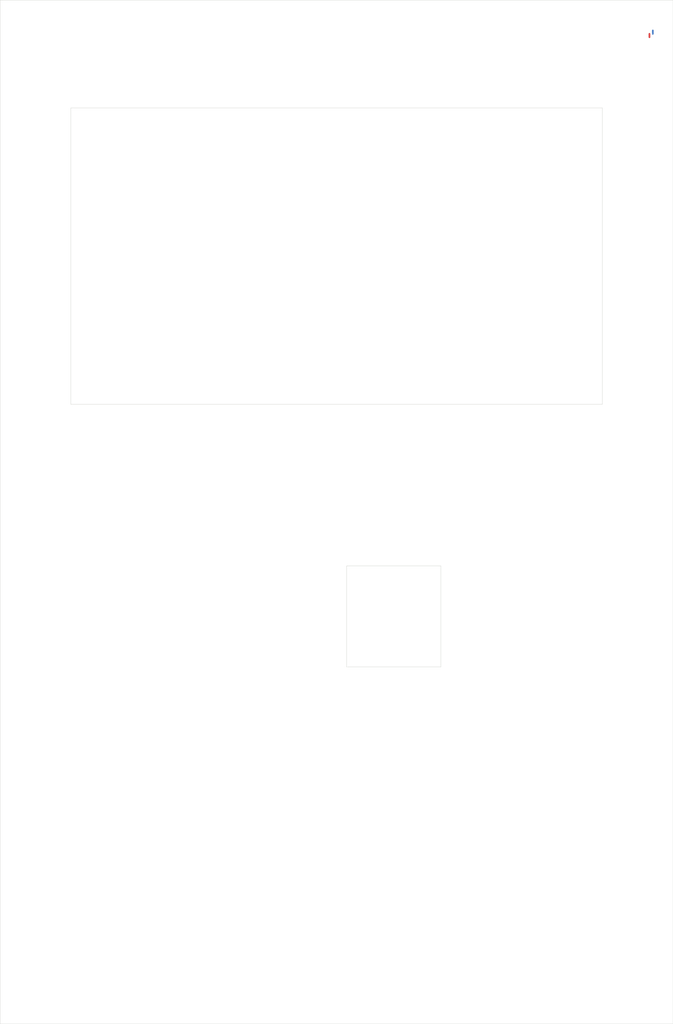
<source format=kicad_pcb>
(kicad_pcb (version 20171130) (host pcbnew 5.1.5+dfsg1-2build2)

  (general
    (thickness 1.6)
    (drawings 12)
    (tracks 2)
    (zones 0)
    (modules 7)
    (nets 1)
  )

  (page A4)
  (layers
    (0 F.Cu signal)
    (31 B.Cu signal)
    (32 B.Adhes user)
    (33 F.Adhes user)
    (34 B.Paste user)
    (35 F.Paste user)
    (36 B.SilkS user)
    (37 F.SilkS user)
    (38 B.Mask user)
    (39 F.Mask user)
    (40 Dwgs.User user)
    (41 Cmts.User user)
    (42 Eco1.User user)
    (43 Eco2.User user)
    (44 Edge.Cuts user)
    (45 Margin user)
    (46 B.CrtYd user)
    (47 F.CrtYd user)
    (48 B.Fab user)
    (49 F.Fab user)
  )

  (setup
    (last_trace_width 0.25)
    (trace_clearance 0.2)
    (zone_clearance 0.508)
    (zone_45_only no)
    (trace_min 0.2)
    (via_size 0.8)
    (via_drill 0.4)
    (via_min_size 0.4)
    (via_min_drill 0.3)
    (uvia_size 0.3)
    (uvia_drill 0.1)
    (uvias_allowed no)
    (uvia_min_size 0.2)
    (uvia_min_drill 0.1)
    (edge_width 0.05)
    (segment_width 0.2)
    (pcb_text_width 0.3)
    (pcb_text_size 1.5 1.5)
    (mod_edge_width 0.12)
    (mod_text_size 1 1)
    (mod_text_width 0.15)
    (pad_size 1.524 1.524)
    (pad_drill 0.762)
    (pad_to_mask_clearance 0.051)
    (solder_mask_min_width 0.25)
    (aux_axis_origin 0 0)
    (visible_elements FFFFFF7F)
    (pcbplotparams
      (layerselection 0x010fc_ffffffff)
      (usegerberextensions false)
      (usegerberattributes false)
      (usegerberadvancedattributes false)
      (creategerberjobfile false)
      (excludeedgelayer true)
      (linewidth 0.100000)
      (plotframeref false)
      (viasonmask false)
      (mode 1)
      (useauxorigin false)
      (hpglpennumber 1)
      (hpglpenspeed 20)
      (hpglpendiameter 15.000000)
      (psnegative false)
      (psa4output false)
      (plotreference true)
      (plotvalue true)
      (plotinvisibletext false)
      (padsonsilk false)
      (subtractmaskfromsilk false)
      (outputformat 1)
      (mirror false)
      (drillshape 0)
      (scaleselection 1)
      (outputdirectory "../../gerb_out/"))
  )

  (net 0 "")

  (net_class Default "This is the default net class."
    (clearance 0.2)
    (trace_width 0.25)
    (via_dia 0.8)
    (via_drill 0.4)
    (uvia_dia 0.3)
    (uvia_drill 0.1)
  )

  (module MountingHole:MountingHole_3.2mm_M3_DIN965 (layer F.Cu) (tedit 56D1B4CB) (tstamp 5F271C4B)
    (at 67.5 82)
    (descr hole)
    (tags hole)
    (attr virtual)
    (fp_text reference H1 (at 0 -3.8) (layer F.SilkS) hide
      (effects (font (size 1 1) (thickness 0.15)))
    )
    (fp_text value hole (at 0 3.8) (layer F.Fab) hide
      (effects (font (size 1 1) (thickness 0.15)))
    )
    (fp_circle (center 0 0) (end 3.05 0) (layer F.CrtYd) (width 0.05))
    (fp_circle (center 0 0) (end 2.8 0) (layer Cmts.User) (width 0.15))
    (fp_text user %R (at 0.3 0) (layer F.Fab)
      (effects (font (size 1 1) (thickness 0.15)))
    )
    (pad 1 np_thru_hole circle (at 0 0) (size 7.5 7.5) (drill 7.5) (layers *.Cu *.Mask))
  )

  (module MountingHole:MountingHole_3.2mm_M3_DIN965 (layer F.Cu) (tedit 56D1B4CB) (tstamp 5F271C4B)
    (at 34.8 82.2)
    (descr hole)
    (tags hole)
    (attr virtual)
    (fp_text reference H1 (at 0 -3.8) (layer F.SilkS) hide
      (effects (font (size 1 1) (thickness 0.15)))
    )
    (fp_text value hole (at 0 3.8) (layer F.Fab) hide
      (effects (font (size 1 1) (thickness 0.15)))
    )
    (fp_circle (center 0 0) (end 3.05 0) (layer F.CrtYd) (width 0.05))
    (fp_circle (center 0 0) (end 2.8 0) (layer Cmts.User) (width 0.15))
    (fp_text user %R (at 0.3 0) (layer F.Fab)
      (effects (font (size 1 1) (thickness 0.15)))
    )
    (pad 1 np_thru_hole circle (at 0 0) (size 7.5 7.5) (drill 7.5) (layers *.Cu *.Mask))
  )

  (module MountingHole:MountingHole_3.2mm_M3_DIN965 (layer F.Cu) (tedit 56D1B4CB) (tstamp 5F271C4B)
    (at 36 49.6)
    (descr hole)
    (tags hole)
    (attr virtual)
    (fp_text reference H1 (at 0 -3.8) (layer F.SilkS) hide
      (effects (font (size 1 1) (thickness 0.15)))
    )
    (fp_text value hole (at 0 3.8) (layer F.Fab) hide
      (effects (font (size 1 1) (thickness 0.15)))
    )
    (fp_circle (center 0 0) (end 3.05 0) (layer F.CrtYd) (width 0.05))
    (fp_circle (center 0 0) (end 2.8 0) (layer Cmts.User) (width 0.15))
    (fp_text user %R (at 0.3 0) (layer F.Fab)
      (effects (font (size 1 1) (thickness 0.15)))
    )
    (pad 1 np_thru_hole circle (at 0 0) (size 4.5 4.5) (drill 4.5) (layers *.Cu *.Mask))
  )

  (module MountingHole:MountingHole_3.2mm_M3_DIN965 (layer F.Cu) (tedit 56D1B4CB) (tstamp 5F271C4B)
    (at 29.9 106.5)
    (descr hole)
    (tags hole)
    (attr virtual)
    (fp_text reference H1 (at 0 -3.8) (layer F.SilkS) hide
      (effects (font (size 1 1) (thickness 0.15)))
    )
    (fp_text value hole (at 0 3.8) (layer F.Fab) hide
      (effects (font (size 1 1) (thickness 0.15)))
    )
    (fp_circle (center 0 0) (end 3.05 0) (layer F.CrtYd) (width 0.05))
    (fp_circle (center 0 0) (end 2.8 0) (layer Cmts.User) (width 0.15))
    (fp_text user %R (at 0.3 0) (layer F.Fab)
      (effects (font (size 1 1) (thickness 0.15)))
    )
    (pad 1 np_thru_hole circle (at 0 0) (size 12.3 12.3) (drill 12.3) (layers *.Cu *.Mask))
  )

  (module MountingHole:MountingHole_3.2mm_M3_DIN965 (layer F.Cu) (tedit 56D1B4CB) (tstamp 5F271C4B)
    (at 45.5 106.5)
    (descr hole)
    (tags hole)
    (attr virtual)
    (fp_text reference H1 (at 0 -3.8) (layer F.SilkS) hide
      (effects (font (size 1 1) (thickness 0.15)))
    )
    (fp_text value hole (at 0 3.8) (layer F.Fab) hide
      (effects (font (size 1 1) (thickness 0.15)))
    )
    (fp_circle (center 0 0) (end 3.05 0) (layer F.CrtYd) (width 0.05))
    (fp_circle (center 0 0) (end 2.8 0) (layer Cmts.User) (width 0.15))
    (fp_text user %R (at 0.3 0) (layer F.Fab)
      (effects (font (size 1 1) (thickness 0.15)))
    )
    (pad 1 np_thru_hole circle (at 0 0) (size 12.3 12.3) (drill 12.3) (layers *.Cu *.Mask))
  )

  (module MountingHole:MountingHole_3.2mm_M3_DIN965 (layer F.Cu) (tedit 56D1B4CB) (tstamp 5F271C4B)
    (at 77.5 106.5)
    (descr hole)
    (tags hole)
    (attr virtual)
    (fp_text reference H1 (at 0 -3.8) (layer F.SilkS) hide
      (effects (font (size 1 1) (thickness 0.15)))
    )
    (fp_text value hole (at 0 3.8) (layer F.Fab) hide
      (effects (font (size 1 1) (thickness 0.15)))
    )
    (fp_circle (center 0 0) (end 3.05 0) (layer F.CrtYd) (width 0.05))
    (fp_circle (center 0 0) (end 2.8 0) (layer Cmts.User) (width 0.15))
    (fp_text user %R (at 0.3 0) (layer F.Fab)
      (effects (font (size 1 1) (thickness 0.15)))
    )
    (pad 1 np_thru_hole circle (at 0 0) (size 12.3 12.3) (drill 12.3) (layers *.Cu *.Mask))
  )

  (module MountingHole:MountingHole_3.2mm_M3_DIN965 (layer F.Cu) (tedit 56D1B4CB) (tstamp 5F271C4B)
    (at 61.5 106.5)
    (descr hole)
    (tags hole)
    (attr virtual)
    (fp_text reference H1 (at 0 -3.8) (layer F.SilkS) hide
      (effects (font (size 1 1) (thickness 0.15)))
    )
    (fp_text value hole (at 0 3.8) (layer F.Fab) hide
      (effects (font (size 1 1) (thickness 0.15)))
    )
    (fp_circle (center 0 0) (end 3.05 0) (layer F.CrtYd) (width 0.05))
    (fp_circle (center 0 0) (end 2.8 0) (layer Cmts.User) (width 0.15))
    (fp_text user %R (at 0.3 0) (layer F.Fab)
      (effects (font (size 1 1) (thickness 0.15)))
    )
    (pad 1 np_thru_hole circle (at 0 0) (size 12.3 12.3) (drill 12.3) (layers *.Cu *.Mask))
  )

  (gr_line (start 5.5 28) (end 84.5 28) (layer Edge.Cuts) (width 0.05))
  (gr_line (start 5.5 -16) (end 5.5 28) (layer Edge.Cuts) (width 0.05))
  (gr_line (start 84.5 -16) (end 5.5 -16) (layer Edge.Cuts) (width 0.05))
  (gr_line (start 84.5 28) (end 84.5 -16) (layer Edge.Cuts) (width 0.05))
  (gr_line (start 46.5 67) (end 60.5 67) (layer Edge.Cuts) (width 0.05) (tstamp 608377B4))
  (gr_line (start 46.5 52) (end 46.5 67) (layer Edge.Cuts) (width 0.05))
  (gr_line (start 60.5 52) (end 46.5 52) (layer Edge.Cuts) (width 0.05))
  (gr_line (start 60.5 67) (end 60.5 52) (layer Edge.Cuts) (width 0.05))
  (gr_line (start -5 120) (end -5 -32) (layer Edge.Cuts) (width 0.05) (tstamp 5FBEBA89))
  (gr_line (start 95 120) (end -5 120) (layer Edge.Cuts) (width 0.05) (tstamp 5FBEE8A7))
  (gr_line (start 95 -32) (end 95 120) (layer Edge.Cuts) (width 0.05))
  (gr_line (start -5 -32) (end 95 -32) (layer Edge.Cuts) (width 0.05) (tstamp 6081EFC5))

  (segment (start 91.5 -27) (end 91.5 -26.5) (width 0.25) (layer F.Cu) (net 0))
  (segment (start 92 -27) (end 92 -27.5) (width 0.25) (layer B.Cu) (net 0))

)

</source>
